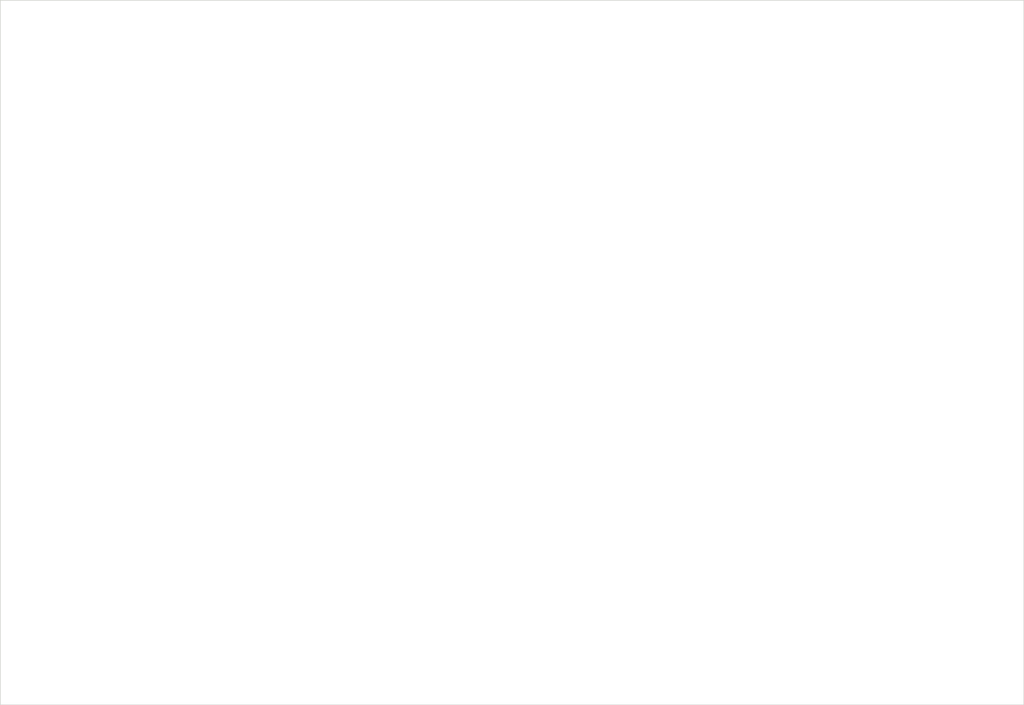
<source format=kicad_pcb>
(kicad_pcb
	(version 20241229)
	(generator "pcbnew")
	(generator_version "9.0")
	(general
		(thickness 1.6)
		(legacy_teardrops no)
	)
	(paper "A4")
	(layers
		(0 "F.Cu" signal)
		(2 "B.Cu" signal)
		(9 "F.Adhes" user "F.Adhesive")
		(11 "B.Adhes" user "B.Adhesive")
		(13 "F.Paste" user)
		(15 "B.Paste" user)
		(5 "F.SilkS" user "F.Silkscreen")
		(7 "B.SilkS" user "B.Silkscreen")
		(1 "F.Mask" user)
		(3 "B.Mask" user)
		(17 "Dwgs.User" user "User.Drawings")
		(19 "Cmts.User" user "User.Comments")
		(21 "Eco1.User" user "User.Eco1")
		(23 "Eco2.User" user "User.Eco2")
		(25 "Edge.Cuts" user)
		(27 "Margin" user)
		(31 "F.CrtYd" user "F.Courtyard")
		(29 "B.CrtYd" user "B.Courtyard")
		(35 "F.Fab" user)
		(33 "B.Fab" user)
		(39 "User.1" user)
		(41 "User.2" user)
		(43 "User.3" user)
		(45 "User.4" user)
	)
	(setup
		(pad_to_mask_clearance 0)
		(allow_soldermask_bridges_in_footprints no)
		(tenting front back)
		(pcbplotparams
			(layerselection 0x00000000_00000000_55555555_5755f5ff)
			(plot_on_all_layers_selection 0x00000000_00000000_00000000_00000000)
			(disableapertmacros no)
			(usegerberextensions no)
			(usegerberattributes yes)
			(usegerberadvancedattributes yes)
			(creategerberjobfile yes)
			(dashed_line_dash_ratio 12.000000)
			(dashed_line_gap_ratio 3.000000)
			(svgprecision 4)
			(plotframeref no)
			(mode 1)
			(useauxorigin no)
			(hpglpennumber 1)
			(hpglpenspeed 20)
			(hpglpendiameter 15.000000)
			(pdf_front_fp_property_popups yes)
			(pdf_back_fp_property_popups yes)
			(pdf_metadata yes)
			(pdf_single_document no)
			(dxfpolygonmode yes)
			(dxfimperialunits yes)
			(dxfusepcbnewfont yes)
			(psnegative no)
			(psa4output no)
			(plot_black_and_white yes)
			(sketchpadsonfab no)
			(plotpadnumbers no)
			(hidednponfab no)
			(sketchdnponfab yes)
			(crossoutdnponfab yes)
			(subtractmaskfromsilk no)
			(outputformat 1)
			(mirror no)
			(drillshape 1)
			(scaleselection 1)
			(outputdirectory "")
		)
	)
	(net 0 "")
	(gr_rect
		(start 14.5 14)
		(end 91.5 67)
		(stroke
			(width 0.05)
			(type default)
		)
		(fill no)
		(layer "Edge.Cuts")
		(uuid "dcbf1309-e48f-47dd-b9e7-b97a0a0c55c3")
	)
	(embedded_fonts no)
)

</source>
